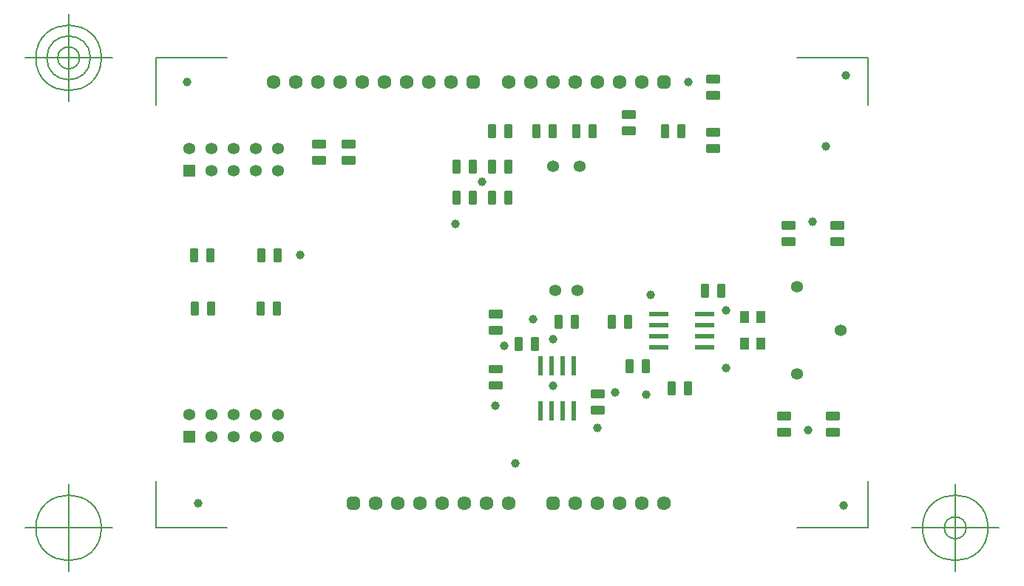
<source format=gbr>
G04 Generated by Ultiboard 14.0 *
%FSLAX34Y34*%
%MOMM*%

%ADD10C,0.0001*%
%ADD11C,0.1270*%
%ADD12C,1.6088*%
%ADD13R,0.5291X0.5291*%
%ADD14C,0.9949*%
%ADD15C,1.0000*%
%ADD16C,1.3556*%
%ADD17R,0.5718X1.1857*%
%ADD18C,0.4232*%
%ADD19R,1.1857X0.5718*%
%ADD20R,2.2000X0.6000*%
%ADD21R,1.3556X1.3556*%
%ADD22R,0.6000X2.2000*%
%ADD23R,1.0500X1.4000*%


G04 ColorRGB FF00CC for the following layer *
%LNSolder Mask Top*%
%LPD*%
G54D10*
G54D11*
X53340Y-2540D02*
X53340Y51308D01*
X53340Y-2540D02*
X134874Y-2540D01*
X868680Y-2540D02*
X787146Y-2540D01*
X868680Y-2540D02*
X868680Y51308D01*
X868680Y535940D02*
X868680Y482092D01*
X868680Y535940D02*
X787146Y535940D01*
X53340Y535940D02*
X134874Y535940D01*
X53340Y535940D02*
X53340Y482092D01*
X3340Y-2540D02*
X-96660Y-2540D01*
X-46660Y-52540D02*
X-46660Y47460D01*
X-84160Y-2540D02*
G75*
D01*
G02X-84160Y-2540I37500J0*
G01*
X918680Y-2540D02*
X1018680Y-2540D01*
X968680Y-52540D02*
X968680Y47460D01*
X931180Y-2540D02*
G75*
D01*
G02X931180Y-2540I37500J0*
G01*
X956180Y-2540D02*
G75*
D01*
G02X956180Y-2540I12500J0*
G01*
X3340Y535940D02*
X-96660Y535940D01*
X-46660Y485940D02*
X-46660Y585940D01*
X-84160Y535940D02*
G75*
D01*
G02X-84160Y535940I37500J0*
G01*
X-71660Y535940D02*
G75*
D01*
G02X-71660Y535940I25000J0*
G01*
X-59160Y535940D02*
G75*
D01*
G02X-59160Y535940I12500J0*
G01*
G54D12*
X457200Y508000D03*
X584200Y508000D03*
X609600Y508000D03*
X558800Y508000D03*
X508000Y508000D03*
X533400Y508000D03*
X482600Y508000D03*
X340360Y508000D03*
X365760Y508000D03*
X391160Y508000D03*
X289560Y508000D03*
X314960Y508000D03*
X264160Y508000D03*
X238760Y508000D03*
X213360Y508000D03*
X187960Y508000D03*
X457200Y25400D03*
X330200Y25400D03*
X304800Y25400D03*
X355600Y25400D03*
X406400Y25400D03*
X381000Y25400D03*
X431800Y25400D03*
X533400Y25400D03*
X558800Y25400D03*
X609600Y25400D03*
X584200Y25400D03*
X635000Y25400D03*
G54D13*
X635000Y508000D03*
X416560Y508000D03*
X279400Y25400D03*
X508000Y25400D03*
G54D14*
X632355Y505355D02*
X637645Y505355D01*
X637645Y510645D01*
X632355Y510645D01*
X632355Y505355D01*D02*
X413915Y505355D02*
X419205Y505355D01*
X419205Y510645D01*
X413915Y510645D01*
X413915Y505355D01*D02*
X276755Y22755D02*
X282045Y22755D01*
X282045Y28045D01*
X276755Y28045D01*
X276755Y22755D01*D02*
X505355Y22755D02*
X510645Y22755D01*
X510645Y28045D01*
X505355Y28045D01*
X505355Y22755D01*D02*
G54D15*
X508000Y213360D03*
X805180Y347980D03*
X800100Y109220D03*
X464820Y71120D03*
X558800Y111760D03*
X614680Y149860D03*
X840740Y22860D03*
X843280Y515620D03*
X508000Y159940D03*
X441960Y137160D03*
X485140Y236220D03*
X619760Y264160D03*
X706120Y180340D03*
X706120Y246380D03*
X396240Y345440D03*
X426720Y393700D03*
X662940Y508000D03*
X452120Y205740D03*
X579120Y152400D03*
X820420Y434340D03*
X88900Y508000D03*
X101600Y25400D03*
X218440Y309880D03*
G54D16*
X538640Y411480D03*
X507840Y411480D03*
X535940Y269240D03*
X510540Y269240D03*
X787800Y273520D03*
X787800Y173520D03*
X837800Y223520D03*
X116840Y431800D03*
X193040Y431800D03*
X193040Y406400D03*
X142240Y406400D03*
X167640Y406400D03*
X91440Y431800D03*
X116840Y406400D03*
X167640Y431800D03*
X142240Y431800D03*
X167640Y127000D03*
X116840Y101600D03*
X142240Y101600D03*
X193040Y127000D03*
X193040Y101600D03*
X167640Y101600D03*
X91440Y127000D03*
X116840Y127000D03*
X142240Y127000D03*
G54D17*
X613833Y182880D03*
X595207Y182880D03*
X534247Y452120D03*
X552873Y452120D03*
X662136Y157480D03*
X643509Y157480D03*
X486833Y208280D03*
X468207Y208280D03*
X532553Y233680D03*
X513927Y233680D03*
X97367Y248920D03*
X115993Y248920D03*
X172720Y248920D03*
X191347Y248920D03*
X574887Y233680D03*
X593513Y233680D03*
X700193Y269240D03*
X681567Y269240D03*
X96520Y309880D03*
X115147Y309880D03*
X173567Y309880D03*
X192193Y309880D03*
X397087Y375920D03*
X415713Y375920D03*
X437727Y375920D03*
X456353Y375920D03*
X456353Y411480D03*
X437727Y411480D03*
X397087Y411480D03*
X415713Y411480D03*
X456353Y452120D03*
X437727Y452120D03*
X635847Y452120D03*
X654473Y452120D03*
X507153Y452120D03*
X488527Y452120D03*
G54D18*
X610974Y176952D02*
X616692Y176952D01*
X616692Y188808D01*
X610974Y188808D01*
X610974Y176952D01*D02*
X592348Y176952D02*
X598066Y176952D01*
X598066Y188808D01*
X592348Y188808D01*
X592348Y176952D01*D02*
X436032Y240134D02*
X447888Y240134D01*
X447888Y245852D01*
X436032Y245852D01*
X436032Y240134D01*D02*
X436032Y221508D02*
X447888Y221508D01*
X447888Y227226D01*
X436032Y227226D01*
X436032Y221508D01*D02*
X531388Y446192D02*
X537106Y446192D01*
X537106Y458048D01*
X531388Y458048D01*
X531388Y446192D01*D02*
X550014Y446192D02*
X555732Y446192D01*
X555732Y458048D01*
X550014Y458048D01*
X550014Y446192D01*D02*
X684952Y509374D02*
X696808Y509374D01*
X696808Y515092D01*
X684952Y515092D01*
X684952Y509374D01*D02*
X684952Y490748D02*
X696808Y490748D01*
X696808Y496466D01*
X684952Y496466D01*
X684952Y490748D01*D02*
X766444Y104668D02*
X778300Y104668D01*
X778300Y110386D01*
X766444Y110386D01*
X766444Y104668D01*D02*
X766444Y123294D02*
X778300Y123294D01*
X778300Y129012D01*
X766444Y129012D01*
X766444Y123294D01*D02*
X822112Y104668D02*
X833968Y104668D01*
X833968Y110386D01*
X822112Y110386D01*
X822112Y104668D01*D02*
X822112Y123294D02*
X833968Y123294D01*
X833968Y129012D01*
X822112Y129012D01*
X822112Y123294D01*D02*
X552872Y148694D02*
X564728Y148694D01*
X564728Y154412D01*
X552872Y154412D01*
X552872Y148694D01*D02*
X552872Y130068D02*
X564728Y130068D01*
X564728Y135786D01*
X552872Y135786D01*
X552872Y130068D01*D02*
X436032Y158177D02*
X447888Y158177D01*
X447888Y163895D01*
X436032Y163895D01*
X436032Y158177D01*D02*
X436032Y176804D02*
X447888Y176804D01*
X447888Y182522D01*
X436032Y182522D01*
X436032Y176804D01*D02*
X659277Y151552D02*
X664995Y151552D01*
X664995Y163408D01*
X659277Y163408D01*
X659277Y151552D01*D02*
X640650Y151552D02*
X646368Y151552D01*
X646368Y163408D01*
X640650Y163408D01*
X640650Y151552D01*D02*
X483974Y202352D02*
X489692Y202352D01*
X489692Y214208D01*
X483974Y214208D01*
X483974Y202352D01*D02*
X465348Y202352D02*
X471066Y202352D01*
X471066Y214208D01*
X465348Y214208D01*
X465348Y202352D01*D02*
X529694Y227752D02*
X535412Y227752D01*
X535412Y239608D01*
X529694Y239608D01*
X529694Y227752D01*D02*
X511068Y227752D02*
X516786Y227752D01*
X516786Y239608D01*
X511068Y239608D01*
X511068Y227752D01*D02*
X94508Y242992D02*
X100226Y242992D01*
X100226Y254848D01*
X94508Y254848D01*
X94508Y242992D01*D02*
X113134Y242992D02*
X118852Y242992D01*
X118852Y254848D01*
X113134Y254848D01*
X113134Y242992D01*D02*
X169861Y242992D02*
X175579Y242992D01*
X175579Y254848D01*
X169861Y254848D01*
X169861Y242992D01*D02*
X188488Y242992D02*
X194206Y242992D01*
X194206Y254848D01*
X188488Y254848D01*
X188488Y242992D01*D02*
X572028Y227752D02*
X577746Y227752D01*
X577746Y239608D01*
X572028Y239608D01*
X572028Y227752D01*D02*
X590654Y227752D02*
X596372Y227752D01*
X596372Y239608D01*
X590654Y239608D01*
X590654Y227752D01*D02*
X697334Y263312D02*
X703052Y263312D01*
X703052Y275168D01*
X697334Y275168D01*
X697334Y263312D01*D02*
X678708Y263312D02*
X684426Y263312D01*
X684426Y275168D01*
X678708Y275168D01*
X678708Y263312D01*D02*
X93661Y303952D02*
X99379Y303952D01*
X99379Y315808D01*
X93661Y315808D01*
X93661Y303952D01*D02*
X112288Y303952D02*
X118006Y303952D01*
X118006Y315808D01*
X112288Y315808D01*
X112288Y303952D01*D02*
X170708Y303952D02*
X176426Y303952D01*
X176426Y315808D01*
X170708Y315808D01*
X170708Y303952D01*D02*
X189334Y303952D02*
X195052Y303952D01*
X195052Y315808D01*
X189334Y315808D01*
X189334Y303952D01*D02*
X771312Y323108D02*
X783168Y323108D01*
X783168Y328826D01*
X771312Y328826D01*
X771312Y323108D01*D02*
X771312Y341734D02*
X783168Y341734D01*
X783168Y347452D01*
X771312Y347452D01*
X771312Y341734D01*D02*
X827404Y323108D02*
X839260Y323108D01*
X839260Y328826D01*
X827404Y328826D01*
X827404Y323108D01*D02*
X827404Y341734D02*
X839260Y341734D01*
X839260Y347452D01*
X827404Y347452D01*
X827404Y341734D01*D02*
X394228Y369992D02*
X399946Y369992D01*
X399946Y381848D01*
X394228Y381848D01*
X394228Y369992D01*D02*
X412854Y369992D02*
X418572Y369992D01*
X418572Y381848D01*
X412854Y381848D01*
X412854Y369992D01*D02*
X434868Y369992D02*
X440586Y369992D01*
X440586Y381848D01*
X434868Y381848D01*
X434868Y369992D01*D02*
X453494Y369992D02*
X459212Y369992D01*
X459212Y381848D01*
X453494Y381848D01*
X453494Y369992D01*D02*
X234111Y434964D02*
X245967Y434964D01*
X245967Y440682D01*
X234111Y440682D01*
X234111Y434964D01*D02*
X234111Y416337D02*
X245967Y416337D01*
X245967Y422055D01*
X234111Y422055D01*
X234111Y416337D01*D02*
X267310Y416337D02*
X279166Y416337D01*
X279166Y422055D01*
X267310Y422055D01*
X267310Y416337D01*D02*
X267310Y434964D02*
X279166Y434964D01*
X279166Y440682D01*
X267310Y440682D01*
X267310Y434964D01*D02*
X453494Y405552D02*
X459212Y405552D01*
X459212Y417408D01*
X453494Y417408D01*
X453494Y405552D01*D02*
X434868Y405552D02*
X440586Y405552D01*
X440586Y417408D01*
X434868Y417408D01*
X434868Y405552D01*D02*
X394228Y405552D02*
X399946Y405552D01*
X399946Y417408D01*
X394228Y417408D01*
X394228Y405552D01*D02*
X412854Y405552D02*
X418572Y405552D01*
X418572Y417408D01*
X412854Y417408D01*
X412854Y405552D01*D02*
X453494Y446192D02*
X459212Y446192D01*
X459212Y458048D01*
X453494Y458048D01*
X453494Y446192D01*D02*
X434868Y446192D02*
X440586Y446192D01*
X440586Y458048D01*
X434868Y458048D01*
X434868Y446192D01*D02*
X588432Y450108D02*
X600288Y450108D01*
X600288Y455826D01*
X588432Y455826D01*
X588432Y450108D01*D02*
X588432Y468734D02*
X600288Y468734D01*
X600288Y474452D01*
X588432Y474452D01*
X588432Y468734D01*D02*
X632988Y446192D02*
X638706Y446192D01*
X638706Y458048D01*
X632988Y458048D01*
X632988Y446192D01*D02*
X651614Y446192D02*
X657332Y446192D01*
X657332Y458048D01*
X651614Y458048D01*
X651614Y446192D01*D02*
X684952Y429788D02*
X696808Y429788D01*
X696808Y435506D01*
X684952Y435506D01*
X684952Y429788D01*D02*
X684952Y448414D02*
X696808Y448414D01*
X696808Y454132D01*
X684952Y454132D01*
X684952Y448414D01*D02*
X504294Y446192D02*
X510012Y446192D01*
X510012Y458048D01*
X504294Y458048D01*
X504294Y446192D01*D02*
X485668Y446192D02*
X491386Y446192D01*
X491386Y458048D01*
X485668Y458048D01*
X485668Y446192D01*D02*
G54D19*
X441960Y242993D03*
X441960Y224367D03*
X690880Y512233D03*
X690880Y493607D03*
X772372Y107527D03*
X772372Y126153D03*
X828040Y107527D03*
X828040Y126153D03*
X558800Y151553D03*
X558800Y132927D03*
X441960Y161036D03*
X441960Y179663D03*
X777240Y325967D03*
X777240Y344593D03*
X833332Y325967D03*
X833332Y344593D03*
X240039Y437823D03*
X240039Y419196D03*
X273238Y419196D03*
X273238Y437823D03*
X594360Y452967D03*
X594360Y471593D03*
X690880Y432647D03*
X690880Y451273D03*
G54D20*
X629320Y204470D03*
X629320Y217170D03*
X681320Y204470D03*
X681320Y217170D03*
X629320Y229870D03*
X629320Y242570D03*
X681320Y229870D03*
X681320Y242570D03*
G54D21*
X91440Y406400D03*
X91440Y101600D03*
G54D22*
X494030Y131480D03*
X519430Y131480D03*
X506730Y131480D03*
X532130Y131480D03*
X494030Y183480D03*
X519430Y183480D03*
X506730Y183480D03*
X532130Y183480D03*
G54D23*
X727312Y208280D03*
X746312Y208280D03*
X727312Y238760D03*
X746312Y238760D03*

M02*

</source>
